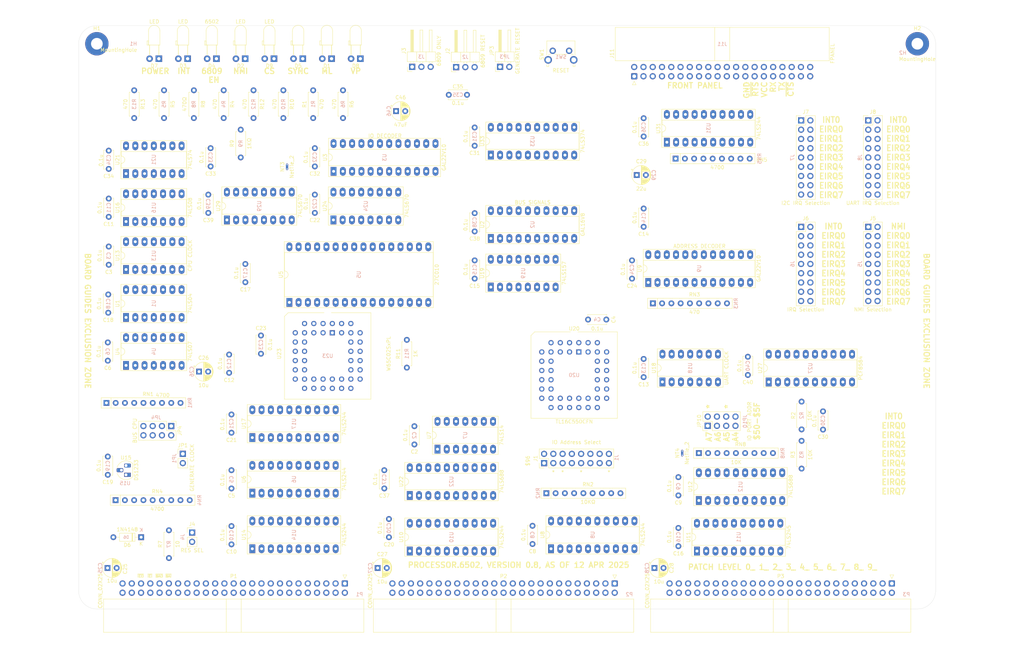
<source format=kicad_pcb>
(kicad_pcb (version 20211014) (generator pcbnew)
  (title_block (title "DUODYNE 6809 PROCESSOR") (date "2024-05-14") (rev "v1.2"))
  (layers (0 "F.Cu" signal) (31 "B.Cu" signal) (34 "B.Paste" user) (35 "F.Paste" user) (36 "B.SilkS" user "B.Silkscreen") (37 "F.SilkS" user "F.Silkscreen") (38 "B.Mask" user) (39 "F.Mask" user) (44 "Edge.Cuts" user))
  (net 0 "")
  (net 1 "GND")
  (net 2 "VCC")
  (net 3 "Net-(D2-Pad1)")
  (net 4 "Net-(D4-Pad2)")
  (net 5 "Net-(D6-Pad2)")
  (net 6 "Net-(D1-Pad1)")
  (net 7 "Net-(D1-Pad2)")
  (net 8 "Net-(D2-Pad2)")
  (net 9 "Net-(D5-Pad1)")
  (net 10 "~{INT0}")
  (net 11 "~{TEND1}")
  (net 12 "~{TEND0}")
  (net 13 "~{DREQ1}")
  (net 14 "~{DREQ0}")
  (net 15 "Net-(D3-Pad1)")
  (net 16 "-12V")
  (net 17 "Net-(D3-Pad2)")
  (net 18 "~{BUSRQ}")
  (net 19 "/bus/CRUCLK")
  (net 20 "~{NMI}")
  (net 21 "CLK")
  (net 22 "~{M1}")
  (net 23 "~{MREQ}")
  (net 24 "~{IORQ}")
  (net 25 "~{WR}")
  (net 26 "~{RD}")
  (net 27 "A0")
  (net 28 "A1")
  (net 29 "A2")
  (net 30 "A3")
  (net 31 "A4")
  (net 32 "A5")
  (net 33 "A6")
  (net 34 "A7")
  (net 35 "A8")
  (net 36 "A9")
  (net 37 "A10")
  (net 38 "A11")
  (net 39 "A12")
  (net 40 "A13")
  (net 41 "A14")
  (net 42 "A15")
  (net 43 "+12V")
  (net 44 "D0")
  (net 45 "D1")
  (net 46 "D2")
  (net 47 "D3")
  (net 48 "D4")
  (net 49 "D5")
  (net 50 "D6")
  (net 51 "D7")
  (net 52 "Net-(D5-Pad2)")
  (net 53 "Net-(D7-Pad2)")
  (net 54 "Net-(JP1-Pad1)")
  (net 55 "Net-(D9-Pad2)")
  (net 56 "Net-(JP4-Pad1)")
  (net 57 "ONE")
  (net 58 "ZERO")
  (net 59 "Net-(D9-Pad1)")
  (net 60 "Net-(JP4-Pad3)")
  (net 61 "Net-(JP4-Pad5)")
  (net 62 "Net-(JP4-Pad7)")
  (net 63 "~{CPU-WAIT}")
  (net 64 "Net-(J11-Pad19)")
  (net 65 "Net-(J11-Pad17)")
  (net 66 "Net-(J11-Pad15)")
  (net 67 "~{CPU-IORQ}")
  (net 68 "~{CPU-RESET}")
  (net 69 "CPU-R~{W}")
  (net 70 "CPU-A1")
  (net 71 "CPU-A0")
  (net 72 "/bus/A23")
  (net 73 "~{CPU-M1}")
  (net 74 "~{CPU-WR}")
  (net 75 "~{CPU-RD}")
  (net 76 "~{CPU-MREQ}")
  (net 77 "DATA-DIR")
  (net 78 "/bus/A22")
  (net 79 "~{FP-LATCH-RD}")
  (net 80 "FP-LATCH-WR")
  (net 81 "~{bNMI}")
  (net 82 "bCLK")
  (net 83 "/bus/~{RFSH}")
  (net 84 "~{EIRQ0}")
  (net 85 "~{EIRQ1}")
  (net 86 "/fpanel/FP-D7")
  (net 87 "/fpanel/FP-D6")
  (net 88 "/fpanel/FP-D5")
  (net 89 "/fpanel/FP-D4")
  (net 90 "/fpanel/FP-D3")
  (net 91 "/fpanel/FP-D2")
  (net 92 "/fpanel/FP-D1")
  (net 93 "/fpanel/FP-D0")
  (net 94 "CPU-A3")
  (net 95 "CPU-A4")
  (net 96 "CPU-A2")
  (net 97 "CPU-A5")
  (net 98 "CPU-A6")
  (net 99 "CPU-A7")
  (net 100 "~{EIRQ2}")
  (net 101 "CPU-A11")
  (net 102 "CPU-A12")
  (net 103 "CPU-A10")
  (net 104 "CPU-A13")
  (net 105 "CPU-A9")
  (net 106 "CPU-A14")
  (net 107 "CPU-A8")
  (net 108 "CPU-A15")
  (net 109 "~{CPU-NMI}")
  (net 110 "~{CPU-INT}")
  (net 111 "CPU-D1")
  (net 112 "CPU-D7")
  (net 113 "CPU-D6")
  (net 114 "CPU-D3")
  (net 115 "CPU-D0")
  (net 116 "CPU-D2")
  (net 117 "CPU-D5")
  (net 118 "CPU-D4")
  (net 119 "Net-(JP10-Pad8)")
  (net 120 "Net-(JP10-Pad6)")
  (net 121 "Net-(JP10-Pad4)")
  (net 122 "Net-(JP10-Pad2)")
  (net 123 "A16")
  (net 124 "A17")
  (net 125 "A18")
  (net 126 "A19")
  (net 127 "A20")
  (net 128 "A21")
  (net 129 "~{EIRQ3}")
  (net 130 "~{EIRQ4}")
  (net 131 "Net-(P1-Pad40)")
  (net 132 "~{EIRQ5}")
  (net 133 "~{EIRQ6}")
  (net 134 "Net-(P1-Pad44)")
  (net 135 "~{EIRQ7}")
  (net 136 "Net-(D8-Pad1)")
  (net 137 "Net-(D8-Pad2)")
  (net 138 "Net-(RN8-Pad6)")
  (net 139 "~{CS_IO}")
  (net 140 "~{bINT0}")
  (net 141 "mA14")
  (net 142 "mA15")
  (net 143 "mA16")
  (net 144 "UART-CLK")
  (net 145 "/bus/E")
  (net 146 "/bus/ST")
  (net 147 "/bus/PHI")
  (net 148 "/bus/~{INT2}")
  (net 149 "/bus/~{INT1}")
  (net 150 "~{RES_IN}")
  (net 151 "/bus/CRUOUT")
  (net 152 "/bus/CRUIN")
  (net 153 "~{RES_OUT}")
  (net 154 "/bus/USER8")
  (net 155 "/bus/USER7")
  (net 156 "/bus/USER6")
  (net 157 "/bus/USER5")
  (net 158 "/bus/USER4")
  (net 159 "/bus/USER3")
  (net 160 "/bus/USER2")
  (net 161 "/bus/USER1")
  (net 162 "/bus/USER0")
  (net 163 "~{ONBOARD_ROM}")
  (net 164 "I2C_SDA")
  (net 165 "/bus/A31")
  (net 166 "/bus/A30")
  (net 167 "/bus/A29")
  (net 168 "/bus/A28")
  (net 169 "/bus/A27")
  (net 170 "/bus/A26")
  (net 171 "/bus/A25")
  (net 172 "/bus/A24")
  (net 173 "~{OFFBOARD_MEM}")
  (net 174 "/bus/IC3")
  (net 175 "/bus/IC2")
  (net 176 "/bus/IC1")
  (net 177 "/bus/IC0")
  (net 178 "/bus/AUXCLK1")
  (net 179 "/bus/AUXCLK0")
  (net 180 "/bus/D15")
  (net 181 "/bus/D31")
  (net 182 "/bus/D14")
  (net 183 "/bus/D30")
  (net 184 "/bus/D13")
  (net 185 "/bus/D29")
  (net 186 "/bus/D12")
  (net 187 "/bus/D28")
  (net 188 "/bus/D11")
  (net 189 "/bus/D27")
  (net 190 "/bus/D10")
  (net 191 "/bus/D26")
  (net 192 "/bus/D9")
  (net 193 "/bus/D25")
  (net 194 "/bus/D8")
  (net 195 "/bus/D24")
  (net 196 "/bus/D23")
  (net 197 "/bus/D22")
  (net 198 "/bus/D21")
  (net 199 "/bus/D20")
  (net 200 "/bus/D19")
  (net 201 "/bus/D18")
  (net 202 "/bus/D17")
  (net 203 "/bus/D16")
  (net 204 "/bus/~{BUSERR}")
  (net 205 "/bus/UDS")
  (net 206 "/bus/~{VPA}")
  (net 207 "/bus/LDS")
  (net 208 "/bus/~{VMA}")
  (net 209 "/bus/S2")
  (net 210 "/bus/~{BHE}")
  (net 211 "/bus/S1")
  (net 212 "/bus/IPL2")
  (net 213 "/bus/S0")
  (net 214 "/bus/IPL1")
  (net 215 "/bus/AUXCLK3")
  (net 216 "/bus/IPL0")
  (net 217 "/bus/AUXCLK2")
  (net 218 "I2C_SCL")
  (net 224 "Net-(D4-Pad1)")
  (net 225 "mA17")
  (net 226 "mA18")
  (net 227 "mA19")
  (net 230 "Net-(J1-Pad2)")
  (net 231 "~{INT-I2C}")
  (net 233 "~{CS_I2C_WR}")
  (net 240 "~{CS_I2C}")
  (net 242 "~{RTS}")
  (net 243 "RX")
  (net 244 "TX")
  (net 245 "~{CTS}")
  (net 246 "~{CS_UART}")
  (net 247 "~{EXT_RES}")
  (net 248 "Net-(J11-Pad5)")
  (net 249 "Net-(J11-Pad7)")
  (net 250 "Net-(J11-Pad9)")
  (net 251 "Net-(J11-Pad11)")
  (net 252 "Net-(J11-Pad13)")
  (net 253 "Net-(J1-Pad4)")
  (net 254 "Net-(J1-Pad6)")
  (net 255 "Net-(J1-Pad8)")
  (net 256 "mA20")
  (net 257 "mA21")
  (net 258 "6502RST")
  (net 259 "Net-(JP3-Pad1)")
  (net 260 "6502EN")
  (net 262 "/bus/~{BUSACK}")
  (net 263 "/bus/~{HALT}")
  (net 264 "IOPAGE")
  (net 265 "~{6502EN}")
  (net 267 "Net-(R9-Pad1)")
  (net 270 "Net-(J1-Pad10)")
  (net 271 "Net-(J1-Pad12)")
  (net 272 "Net-(J1-Pad14)")
  (net 273 "Net-(J1-Pad16)")
  (net 274 "UART_INT")
  (net 275 "Net-(U22-Pad19)")
  (net 276 "~{PAGE-EN}")
  (net 277 "~{ENABLEINT}")
  (net 278 "HIMEM")
  (net 279 "Net-(J8-Pad10)")
  (net 290 "SEL-A15")
  (net 291 "SEL-A14")
  (net 292 "Net-(U16-Pad10)")
  (net 299 "Net-(U1-Pad1)")
  (net 306 "Net-(U16-Pad12)")
  (net 307 "~{6502ACTIVE}")
  (net 308 "~{WAIT}")
  (net 323 "Net-(U20-Pad10)")
  (net 332 "Net-(R11-Pad1)")
  (net 333 "Net-(U1-Pad8)")
  (net 334 "~{PAGE-WR}")
  (net 336 "VP")
  (net 337 "SYNC")
  (net 339 "ML")
  (net 346 "Net-(U3-Pad13)")
  (net 357 "65TOGGLE")
  (footprint "Connector_IDC:IDC-Header_2x25_P2.54mm_Horizontal" (layer "F.Cu") (at 108 223 -90)
    (fp_text reference "P1")
    (fp_text value "CONN_02X25")
  )
  (footprint "Capacitor_THT:C_Disc_D5.0mm_W2.5mm_P5.00mm" (layer "F.Cu") (at 127.075 179.875 -90)
    (fp_text reference "C2")
    (fp_text value "0.1u")
  )
  (footprint "Capacitor_THT:C_Disc_D5.0mm_W2.5mm_P5.00mm" (layer "F.Cu") (at 43.255 130.605 -90)
    (fp_text reference "C3")
    (fp_text value "0.1u")
  )
  (footprint "Capacitor_THT:C_Disc_D5.0mm_W2.5mm_P5.00mm" (layer "F.Cu") (at 174.7 150.625)
    (fp_text reference "C4")
    (fp_text value "0.1u")
  )
  (footprint "Capacitor_THT:C_Disc_D5.0mm_W2.5mm_P5.00mm" (layer "F.Cu") (at 76.91 191.94 -90)
    (fp_text reference "C5")
    (fp_text value "0.1u")
  )
  (footprint "Capacitor_THT:C_Disc_D5.0mm_W2.5mm_P5.00mm" (layer "F.Cu") (at 43 156.9 -90)
    (fp_text reference "C6")
    (fp_text value "0.1u")
  )
  (footprint "Capacitor_THT:C_Disc_D5.0mm_W2.5mm_P5.00mm" (layer "F.Cu") (at 159.46 207.18 -90)
    (fp_text reference "C8")
    (fp_text value "0.1u")
  )
  (footprint "Capacitor_THT:C_Disc_D5.0mm_W2.5mm_P5.00mm" (layer "F.Cu") (at 199.465 193.845 -90)
    (fp_text reference "C9")
    (fp_text value "0.1u")
  )
  (footprint "Capacitor_THT:C_Disc_D5.0mm_W2.5mm_P5.00mm" (layer "F.Cu") (at 76.91 207.27 -90)
    (fp_text reference "C10")
    (fp_text value "0.1u")
  )
  (footprint "Capacitor_THT:C_Disc_D5.0mm_W2.5mm_P5.00mm" (layer "F.Cu") (at 43.255 117.4575 -90)
    (fp_text reference "C11")
    (fp_text value "0.1u")
  )
  (footprint "Capacitor_THT:C_Disc_D5.0mm_W2.5mm_P5.00mm" (layer "F.Cu") (at 189.94 120.185 -90)
    (fp_text reference "C14")
    (fp_text value "0.1u")
  )
  (footprint "Capacitor_THT:C_Disc_D5.0mm_W2.5mm_P5.00mm" (layer "F.Cu") (at 143.6 134.4 -90)
    (fp_text reference "C15")
    (fp_text value "0.1u")
  )
  (footprint "Capacitor_THT:CP_Radial_D5.0mm_P2.50mm" (layer "F.Cu") (at 42.9296 218.75)
    (fp_text reference "C25")
    (fp_text value "10u")
  )
  (footprint "Capacitor_THT:CP_Radial_D5.0mm_P2.50mm" (layer "F.Cu") (at 68.0199 164.9)
    (fp_text reference "C26")
    (fp_text value "10u")
  )
  (footprint "Capacitor_THT:C_Disc_D5.0mm_W2.5mm_P5.00mm" (layer "F.Cu") (at 80.72 135.39 -90)
    (fp_text reference "C17")
    (fp_text value "0.1u")
  )
  (footprint "Capacitor_THT:C_Disc_D5.0mm_W2.5mm_P5.00mm" (layer "F.Cu") (at 120.09 205.315 -90)
    (fp_text reference "C20")
    (fp_text value "0.1u")
  )
  (footprint "Capacitor_THT:C_Disc_D5.0mm_W2.5mm_P5.00mm" (layer "F.Cu") (at 76.91 176.66 -90)
    (fp_text reference "C21")
    (fp_text value "0.1u")
  )
  (footprint "Capacitor_THT:C_Disc_D5.0mm_W2.5mm_P5.00mm" (layer "F.Cu") (at 99.77 116.375 -90)
    (fp_text reference "C22")
    (fp_text value "0.1u")
  )
  (footprint "Capacitor_THT:C_Disc_D5.0mm_W2.5mm_P5.00mm" (layer "F.Cu") (at 85 160 90)
    (fp_text reference "C23")
    (fp_text value "0.1u")
  )
  (footprint "Capacitor_THT:CP_Radial_D5.0mm_P2.50mm" (layer "F.Cu") (at 117 218.75)
    (fp_text reference "C27")
    (fp_text value "10u")
  )
  (footprint "Capacitor_THT:CP_Radial_D5.0mm_P2.50mm" (layer "F.Cu") (at 192.8847 218.75)
    (fp_text reference "C28")
    (fp_text value "10u")
  )
  (footprint "Capacitor_THT:CP_Radial_D5.0mm_P2.50mm" (layer "F.Cu") (at 188.0449 111)
    (fp_text reference "C29")
    (fp_text value "22u")
  )
  (footprint "LED_THT:LED_D3.0mm_Horizontal_O3.81mm_Z2.0mm" (layer "F.Cu") (at 72.785714 79.1 180)
    (fp_text reference "D4")
    (fp_text value "6502")
  )
  (footprint "Diode_THT:D_DO-35_SOD27_P7.62mm_Horizontal" (layer "F.Cu") (at 52.145 210.315 180)
    (fp_text reference "D6")
    (fp_text value "1N4148")
  )
  (footprint "LED_THT:LED_D3.0mm_Horizontal_O3.81mm_Z2.0mm" (layer "F.Cu") (at 80.678571 79.1 180)
    (fp_text reference "D2")
    (fp_text value "LED")
  )
  (footprint "Resistor_THT:R_Axial_DIN0207_L6.3mm_D2.5mm_P7.62mm_Horizontal" (layer "F.Cu") (at 58.42 87.76 -90)
    (fp_text reference "R5")
    (fp_text value "470")
  )
  (footprint "Resistor_THT:R_Axial_DIN0207_L6.3mm_D2.5mm_P7.62mm_Horizontal" (layer "F.Cu") (at 107.5 87.76 -90)
    (fp_text reference "R6")
    (fp_text value "470")
  )
  (footprint "Package_DIP:DIP-14_W7.62mm_Socket_LongPads" (layer "F.Cu") (at 48 163.2 90)
    (fp_text reference "U4")
    (fp_text value "74LS07")
  )
  (footprint "Package_DIP:DIP-32_W15.24mm_Socket_LongPads" (layer "F.Cu") (at 92.785 145.925 90)
    (fp_text reference "U5")
    (fp_text value "27C010")
  )
  (footprint "Package_DIP:DIP-20_W7.62mm_Socket_LongPads" (layer "F.Cu") (at 82.63 198.24 90)
    (fp_text reference "U6")
    (fp_text value "74LS244")
  )
  (footprint "Package_DIP:DIP-20_W7.62mm_Socket_LongPads" (layer "F.Cu") (at 164.54 213.48 90)
    (fp_text reference "U8")
    (fp_text value "74LS244")
  )
  (footprint "Package_TO_SOT_THT:TO-92L_HandSolder" (layer "F.Cu") (at 48 193.2 90)
    (fp_text reference "U15")
    (fp_text value "DS1233")
  )
  (footprint "Package_DIP:DIP-14_W7.62mm_Socket_LongPads" (layer "F.Cu") (at 48 150.0525 90)
    (fp_text reference "U1")
    (fp_text value "74LS04")
  )
  (footprint "Connector_IDC:IDC-Header_2x25_P2.54mm_Horizontal" (layer "F.Cu") (at 182 223 -90)
    (fp_text reference "P2")
    (fp_text value "CONN_02X25")
  )
  (footprint "MountingHole:MountingHole_3.2mm_M3_Pad" (layer "F.Cu") (at 265 75)
    (fp_text reference "H2")
    (fp_text value "MountingHole")
  )
  (footprint "Resistor_THT:R_Array_SIP9" (layer "F.Cu") (at 42.62 173.485)
    (fp_text reference "RN1")
    (fp_text value "4700")
  )
  (footprint "Package_DIP:DIP-20_W7.62mm_Socket_LongPads" (layer "F.Cu") (at 204.55 214.115 90)
    (fp_text reference "U11")
    (fp_text value "74LS245")
  )
  (footprint "Capacitor_THT:C_Disc_D5.0mm_W2.5mm_P5.00mm" (layer "F.Cu") (at 43 188.2 -90)
    (fp_text reference "C19")
    (fp_text value "0.1u")
  )
  (footprint "Capacitor_THT:C_Disc_D5.0mm_W2.5mm_P5.00mm" (layer "F.Cu") (at 43.125 143.7525 -90)
    (fp_text reference "C18")
    (fp_text value "0.1u")
  )
  (footprint "Capacitor_THT:C_Disc_D5.0mm_W2.5mm_P5.00mm" (layer "F.Cu") (at 76.275 160.23 -90)
    (fp_text reference "C12")
    (fp_text value "0.1u")
  )
  (footprint "Capacitor_THT:C_Disc_D5.0mm_W2.5mm_P5.00mm" (layer "F.Cu") (at 199.465 207.775 -90)
    (fp_text reference "C16")
    (fp_text value "0.1u")
  )
  (footprint "Package_DIP:DIP-24_W7.62mm_Socket_LongPads" (layer "F.Cu") (at 104.915 109.985 90)
    (fp_text reference "U3")
    (fp_text value "GAL22V10")
  )
  (footprint "MountingHole:MountingHole_3.2mm_M3_Pad" (layer "F.Cu") (at 40 75)
    (fp_text reference "H1")
    (fp_text value "MountingHole")
  )
  (footprint "LED_THT:LED_D3.0mm_Horizontal_O3.81mm_Z2.0mm" (layer "F.Cu") (at 57 79.1 180)
    (fp_text reference "D7")
    (fp_text value "LED")
  )
  (footprint "Connector_IDC:IDC-Header_2x25_P2.54mm_Horizontal" (layer "F.Cu") (at 258 223 -90)
    (fp_text reference "P3")
    (fp_text value "CONN_02X25")
  )
  (footprint "Package_DIP:DIP-14_W7.62mm_Socket_LongPads" (layer "F.Cu") (at 48 136.905 90)
    (fp_text reference "U13")
    (fp_text value "CPU CLOCK")
  )
  (footprint "Capacitor_THT:C_Disc_D5.0mm_W2.5mm_P5.00mm" (layer "F.Cu") (at 189.94 95.42 -90)
    (fp_text reference "C36")
    (fp_text value "0.1u")
  )
  (footprint "Capacitor_THT:C_Disc_D5.0mm_W2.5mm_P5.00mm" (layer "F.Cu") (at 143.6 121.455 -90)
    (fp_text reference "C38")
    (fp_text value "0.1u")
  )
  (footprint "Capacitor_THT:CP_Radial_D5.0mm_P2.50mm" (layer "F.Cu") (at 122.0599 93.475)
    (fp_text reference "C46")
    (fp_text value "47uF")
  )
  (footprint "Package_DIP:DIP-16_W7.62mm_Socket_LongPads" (layer "F.Cu") (at 148.02 141.725 90)
    (fp_text reference "U19")
    (fp_text value "74LS157")
  )
  (footprint "Package_DIP:DIP-14_W7.62mm_Socket_LongPads" (layer "F.Cu") (at 133.41 186.175 90)
    (fp_text reference "U7")
    (fp_text value "74LS14")
  )
  (footprint "LED_THT:LED_D3.0mm_Horizontal_O3.81mm_Z2.0mm" (layer "F.Cu") (at 88.571428 79.1 180)
    (fp_text reference "D9")
    (fp_text value "LED")
  )
  (footprint "Resistor_THT:R_Array_SIP9" (layer "F.Cu") (at 45.145 200.155)
    (fp_text reference "RN4")
    (fp_text value "4700")
  )
  (footprint "Connector_IDC:IDC-Header_2x20_P2.54mm_Horizontal" (layer "F.Cu") (at 187.35 83.9175 90)
    (fp_text reference "J11")
    (fp_text value "FPANEL")
  )
  (footprint "Resistor_THT:R_Array_SIP9" (layer "F.Cu") (at 198.705 106.5)
    (fp_text reference "RN5")
    (fp_text value "4700")
  )
  (footprint "Package_DIP:DIP-20_W7.62mm_Socket_LongPads" (layer "F.Cu") (at 196.305 102 90)
    (fp_text reference "U31")
    (fp_text value "74LS244")
  )
  (footprint "Package_DIP:DIP-20_W7.62mm_Socket_LongPads" (layer "F.Cu") (at 148.035 105.53 90)
    (fp_text reference "U33")
    (fp_text value "74LS374")
  )
  (footprint "Package_LCC:PLCC-44_THT-Socket" (layer "F.Cu") (at 172.16 159.515)
    (fp_text reference "U20")
    (fp_text value "TL16C550CFN")
  )
  (footprint "Capacitor_THT:C_Disc_D5.0mm_W2.5mm_P5.00mm" (layer "F.Cu") (at 118.82 191.94 -90)
    (fp_text reference "C37")
    (fp_text value "0.1u")
  )
  (footprint "Connector_PinHeader_2.54mm:PinHeader_2x04_P2.54mm_Vertical" (layer "F.Cu") (at 207.5 179.775 90)
    (fp_text reference "JP10")
    (fp_text value "IO PORT ADDR")
  )
  (footprint "Resistor_THT:R_Array_SIP9" (layer "F.Cu") (at 205.075 187.25)
    (fp_text reference "RN8")
    (fp_text value "10K")
  )
  (footprint "Package_DIP:DIP-24_W7.62mm_Socket_LongPads" (layer "F.Cu") (at 191.205 140.455 90)
    (fp_text reference "U9")
    (fp_text value "GAL22V10")
  )
  (footprint "Package_DIP:DIP-20_W7.62mm_Socket_LongPads" (layer "F.Cu") (at 125.81 214.115 90)
    (fp_text reference "U10")
    (fp_text value "74LS244")
  )
  (footprint "Package_DIP:DIP-20_W7.62mm_Socket_LongPads" (layer "F.Cu") (at 205.075 200.25 90)
    (fp_text reference "U12")
    (fp_text value "74LS688")
  )
  (footprint "Capacitor_THT:C_Disc_D5.0mm_W2.5mm_P5.00mm" (layer "F.Cu") (at 239.125 175.8 -90)
    (fp_text reference "C30")
    (fp_text value "0.1u")
  )
  (footprint "Capacitor_THT:C_Disc_D5.0mm_W2.5mm_P5.00mm" (layer "F.Cu") (at 143.6 97.96 -90)
    (fp_text reference "C31")
    (fp_text value "0.1u")
  )
  (footprint "Capacitor_THT:C_Disc_D5.0mm_W2.5mm_P5.00mm" (layer "F.Cu") (at 99.77 103.635 -90)
    (fp_text reference "C32")
    (fp_text value "0.1u")
  )
  (footprint "Capacitor_THT:C_Disc_D5.0mm_W2.5mm_P5.00mm" (layer "F.Cu") (at 71.195 103.635 -90)
    (fp_text reference "C33")
    (fp_text value "0.1u")
  )
  (footprint "Capacitor_THT:C_Disc_D5.0mm_W2.5mm_P5.00mm" (layer "F.Cu") (at 43.255 104.31 -90)
    (fp_text reference "C34")
    (fp_text value "0.1u")
  )
  (footprint "Capacitor_THT:C_Disc_D5.0mm_W2.5mm_P5.00mm" (layer "F.Cu") (at 136.5 89)
    (fp_text reference "C35")
    (fp_text value "0.1u")
  )
  (footprint "Package_DIP:DIP-20_W7.62mm_Socket_LongPads" (layer "F.Cu") (at 82.63 213.48 90)
    (fp_text reference "U14")
    (fp_text value "74LS244")
  )
  (footprint "Package_DIP:DIP-20_W7.62mm_Socket_LongPads" (layer "F.Cu") (at 148.035 128.39 90)
    (fp_text reference "U2")
    (fp_text value "GAL16V8")
  )
  (footprint "LED_THT:LED_D3.0mm_Horizontal_O3.81mm_Z2.0mm" (layer "F.Cu") (at 64.892857 79.1 180)
    (fp_text reference "D3")
    (fp_text value "LED")
  )
  (footprint "Resistor_THT:R_Axial_DIN0207_L6.3mm_D2.5mm_P7.62mm_Horizontal" (layer "F.Cu") (at 74.78 87.76 -90)
    (fp_text reference "R4")
    (fp_text value "470")
  )
  (footprint "Button_Switch_THT:SW_Tactile_SPST_Angled_PTS645Vx58-2LFS" (layer "F.Cu") (at 165 76.9325)
    (fp_text reference "SW1")
    (fp_text value "RESET")
  )
  (footprint "Capacitor_THT:C_Disc_D5.0mm_W2.5mm_P5.00mm" (layer "F.Cu") (at 70.56 116.375 -90)
    (fp_text reference "C39")
    (fp_text value "0.1u")
  )
  (footprint "Package_DIP:DIP-14_W7.62mm_Socket_LongPads" (layer "F.Cu") (at 195.08 167.735 90)
    (fp_text reference "U18")
    (fp_text value "UART CLOCK")
  )
  (footprint "Capacitor_THT:C_Disc_D5.0mm_W2.5mm_P5.00mm" (layer "F.Cu") (at 189.94 161.42 -90)
    (fp_text reference "C13")
    (fp_text value "0.1u")
  )
  (footprint "Capacitor_THT:C_Disc_D5.0mm_W2.5mm_P5.00mm" (layer "F.Cu") (at 186.75 134.4 -90)
    (fp_text reference "C24")
    (fp_text value "0.1u")
  )
  (footprint "Resistor_THT:R_Axial_DIN0207_L6.3mm_D2.5mm_P7.62mm_Horizontal" (layer "F.Cu") (at 66.6 95.38 90)
    (fp_text reference "R8")
    (fp_text value "470Ω")
  )
  (footprint "Connector_PinHeader_2.54mm:PinHeader_1x02_P2.54mm_Horizontal" (layer "F.Cu") (at 150.565 81.34 90)
    (fp_text reference "JP3")
    (fp_text value "GENERATE RESET")
  )
  (footprint "Resistor_THT:R_Axial_DIN0207_L6.3mm_D2.5mm_P7.62mm_Horizontal" (layer "F.Cu") (at 79.45 106.175 90)
    (fp_text reference "R9")
    (fp_text value "1KΩ")
  )
  (footprint "Package_DIP:DIP-20_W7.62mm_Socket_LongPads" (layer "F.Cu") (at 125.81 198.875 90)
    (fp_text reference "U22")
    (fp_text value "74LS688")
  )
  (footprint "Resistor_THT:R_Axial_DIN0207_L6.3mm_D2.5mm_P7.62mm_Horizontal" (layer "F.Cu") (at 82.96 87.76 -90)
    (fp_text reference "R12")
    (fp_text value "470")
  )
  (footprint "Package_LCC:PLCC-44_THT-Socket" (layer "F.Cu") (at 104.5706 154.2572)
    (fp_text reference "U23")
    (fp_text value "W65C02SxPL")
  )
  (footprint "Connector_PinHeader_2.54mm:PinHeader_1x02_P2.54mm_Vertical" (layer "F.Cu") (at 63.575 187.455)
    (fp_text reference "JP1")
    (fp_text value "GENERATE CLOCK")
  )
  (footprint "Connector_PinHeader_2.54mm:PinHeader_2x09_P2.54mm_Vertical" (layer "F.Cu") (at 233.115 96.025)
    (fp_text reference "J7")
    (fp_text value "I2C IRQ Selection")
  )
  (footprint "Resistor_THT:R_Axial_DIN0207_L6.3mm_D2.5mm_P7.62mm_Horizontal" (layer "F.Cu") (at 233.25 191.5 90)
    (fp_text reference "R3")
    (fp_text value "10K")
  )
  (footprint "NetTie:NetTie-2_THT_Pad0.3mm" (layer "F.Cu") (at 200.5 187.85 90)
    (fp_text reference "NT4")
    (fp_text value "NetTie_2")
  )
  (footprint "Resistor_THT:R_Axial_DIN0207_L6.3mm_D2.5mm_P7.62mm_Horizontal" (layer "F.Cu") (at 125 163.81 90)
    (fp_text reference "R11")
    (fp_text value "1K")
  )
  (footprint "Connector_PinHeader_2.54mm:PinHeader_1x03_P2.54mm_Horizontal" (layer "F.Cu") (at 126.455 81.34 90)
    (fp_text reference "J3")
    (fp_text value "6809 ONLY")
  )
  (footprint "Package_DIP:DIP-20_W7.62mm_Socket_LongPads" (layer "F.Cu") (at 82.63 183 90)
    (fp_text reference "U17")
    (fp_text value "74LS244")
  )
  (footprint "NetTie:NetTie-2_THT_Pad0.3mm" (layer "F.Cu") (at 92.15 109.35 90)
    (fp_text reference "NT3")
    (fp_text value "NetTie_2")
  )
  (footprint "Connector_PinHeader_2.54mm:PinHeader_2x08_P2.54mm_Vertical" (layer "F.Cu") (at 162.635 189.995 90)
    (fp_text reference "J1")
    (fp_text value "IO Address Select")
  )
  (footprint "Connector_PinHeader_2.54mm:PinHeader_2x04_P2.54mm_Vertical" (layer "F.Cu") (at 60.39 179.83 -90)
    (fp_text reference "JP4")
    (fp_text value "BUS CPU")
  )
  (footprint "Package_DIP:DIP-20_W7.62mm_Socket_LongPads" (layer "F.Cu") (at 224.235 167.76 90)
    (fp_text reference "U27")
    (fp_text value "PCF8584")
  )
  (footprint "Capacitor_THT:C_Disc_D5.0mm_W2.5mm_P5.00mm" (layer "F.Cu") (at 218.515 160.825 -90)
    (fp_text reference "C40")
    (fp_text value "0.1u")
  )
  (footprint "Package_DIP:DIP-16_W7.62mm_Socket_LongPads" (layer "F.Cu") (at 75.655 123.31 90)
    (fp_text reference "U29")
    (fp_text value "74LS670")
  )
  (footprint "Connector_PinHeader_2.54mm:PinHeader_2x09_P2.54mm_Vertical" (layer "F.Cu") (at 251.535 96.025)
    (fp_text reference "J8")
    (fp_text value "UART IRQ Selection")
  )
  (footprint "LED_THT:LED_D3.0mm_Horizontal_O3.81mm_Z2.0mm" (layer "F.Cu") (at 104.357142 79.1 180)
    (fp_text reference "D1")
    (fp_text value "LED")
  )
  (footprint "Resistor_THT:R_Axial_DIN0207_L6.3mm_D2.5mm_P7.62mm_Horizontal" (layer "F.Cu") (at 59.765 216.03 90)
    (fp_text reference "R7")
    (fp_text value "10")
  )
  (footprint "Connector_PinHeader_2.54mm:PinHeader_2x09_P2.54mm_Vertical" (layer "F.Cu") (at 251.535 125.225)
    (fp_text reference "J5")
    (fp_text value "NMI Selection")
  )
  (footprint "Connector_PinHeader_2.54mm:PinHeader_1x02_P2.54mm_Vertical" (layer "F.Cu") (at 66.115 209.04)
    (fp_text reference "J4")
    (fp_text value "RES SEL")
  )
  (footprint "LED_THT:LED_D3.0mm_Horizontal_O3.81mm_Z2.0mm" (layer "F.Cu") (at 96.464285 79.1 180)
    (fp_text reference "D5")
    (fp_text value "LED")
  )
  (footprint "Resistor_THT:R_Axial_DIN0207_L6.3mm_D2.5mm_P7.62mm_Horizontal" (layer "F.Cu") (at 50.24 87.76 -90)
    (fp_text reference "R13")
    (fp_text value "470")
  )
  (footprint "Resistor_THT:R_Array_SIP9" (layer "F.Cu") (at 163.255 198.25)
    (fp_text reference "RN2")
    (fp_text value "10KΩ")
  )
  (footprint "Resistor_THT:R_Axial_DIN0207_L6.3mm_D2.5mm_P7.62mm_Horizontal" (layer "F.Cu") (at 91.14 87.76 -90)
    (fp_text reference "R10")
    (fp_text value "470")
  )
  (footprint "LED_THT:LED_D3.0mm_Horizontal_O3.81mm_Z2.0mm" (layer "F.Cu") (at 112.25 79.1 180)
    (fp_text reference "D8")
    (fp_text value "LED")
  )
  (footprint "Resistor_THT:R_Axial_DIN0207_L6.3mm_D2.5mm_P7.62mm_Horizontal" (layer "F.Cu") (at 233.25 180.75 90)
    (fp_text reference "R2")
    (fp_text value "10K")
  )
  (footprint "Package_DIP:DIP-16_W7.62mm_Socket_LongPads" (layer "F.Cu") (at 104.865 123.31 90)
    (fp_text reference "U24")
    (fp_text value "74LS670")
  )
  (footprint "Resistor_THT:R_Axial_DIN0207_L6.3mm_D2.5mm_P7.62mm_Horizontal" (layer "F.Cu") (at 99.32 95.38 90)
    (fp_text reference "R1")
    (fp_text value "470")
  )
  (footprint "Connector_PinHeader_2.54mm:PinHeader_2x09_P2.54mm_Vertical" (layer "F.Cu") (at 233.115 125.225)
    (fp_text reference "J6")
    (fp_text value "IRQ Selection")
  )
  (footprint "Resistor_THT:R_Array_SIP9" (layer "F.Cu") (at 192.465 146.18)
    (fp_text reference "RN3")
    (fp_text value "470")
  )
  (footprint "Package_DIP:DIP-14_W7.62mm_Socket_LongPads" (layer "F.Cu") (at 48 123.7575 90)
    (fp_text reference "U16")
    (fp_text value "74LS08")
  )
  (footprint "Package_DIP:DIP-14_W7.62mm_Socket_LongPads" (layer "F.Cu") (at 48 110.61 90)
    (fp_text reference "U21")
    (fp_text value "74LS74")
  )
  (footprint "Connector_PinHeader_2.54mm:PinHeader_1x03_P2.54mm_Horizontal" (layer "F.Cu") (at 138.505 81.41 90)
    (fp_text reference "J2")
    (fp_text value "6809 RESET")
  )
  (gr_line (start 35 75) (end 35 225) (layer "Edge.Cuts") (width 0.05))
  (gr_line (start 40 230) (end 265 230) (layer "Edge.Cuts") (width 0.05))
  (gr_line (start 270 225) (end 270 75) (layer "Edge.Cuts") (width 0.05))
  (gr_line (start 265 70) (end 40 70) (layer "Edge.Cuts") (width 0.05))
  (gr_arc (start 270 225) (mid 268.535534 228.535534) (end 265 230) (layer "Edge.Cuts") (width 0.05))
  (gr_arc (start 40 230) (mid 36.464466 228.535534) (end 35 225) (layer "Edge.Cuts") (width 0.05))
  (gr_arc (start 35 75) (mid 36.464466 71.464466) (end 40 70) (layer "Edge.Cuts") (width 0.05))
  (gr_arc (start 265 70) (mid 268.535534 71.464466) (end 270 75) (layer "Edge.Cuts") (width 0.05))
  (gr_text "BOARD GUIDES EXCLUSION ZONE" (at 37.5 151 -90) (layer "F.SilkS") (effects (font (size 1.5 1.5) (thickness 0.3))))
  (gr_text "CS" (at 87.321428 82.5) (layer "F.SilkS") (effects (font (size 1.5 1.5) (thickness 0.3))))
  (gr_text "A7\nA6\nA5\nA4" (at 211.5 182.75 90) (layer "F.SilkS") (effects (font (size 1.5 1.5) (thickness 0.3))))
  (gr_text "~{IEI}" (at 54.558 221) (layer "F.SilkS") (effects (font (size 0.7 0.7) (thickness 0.175))))
  (gr_text "~{BAO}" (at 57.098 221) (layer "F.SilkS") (effects (font (size 0.7 0.7) (thickness 0.175))))
  (gr_text "~{BAI}" (at 59.638 221) (layer "F.SilkS") (effects (font (size 0.7 0.7) (thickness 0.175))))
  (gr_text "INT0\nEIRQ0\nEIRQ1\nEIRQ2\nEIRQ3\nEIRQ4\nEIRQ5\nEIRQ6\nEIRQ7" (at 242.01 135.385) (layer "F.SilkS") (effects (font (size 1.6 1.5) (thickness 0.3))))
  (gr_text "POWER" (at 56 82.5) (layer "F.SilkS") (effects (font (size 1.5 1.5) (thickness 0.3))))
  (gr_text "BOARD GUIDES EXCLUSION ZONE" (at 267.5 151 -90) (layer "F.SilkS") (effects (font (size 1.5 1.5) (thickness 0.3))))
  (gr_text "BUS SIGNALS" (at 159.5 118.5) (layer "F.SilkS") (effects (font (size 1 1))))
  (gr_text "VP" (at 111 82.5) (layer "F.SilkS") (effects (font (size 1.5 1.5) (thickness 0.3))))
  (gr_text "*" (at 180.415 192.535) (layer "F.SilkS") (effects (font (size 1 1))))
  (gr_text "~{IEO}" (at 52 221) (layer "F.SilkS") (effects (font (size 0.7 0.7) (thickness 0.175))))
  (gr_text "*" (at 167.715 192.535) (layer "F.SilkS") (effects (font (size 1 1))))
  (gr_text "GND\n~{RTS}\nVCC\nRX\nTX\n~{CTS}" (at 224.23 85.22 90) (layer "F.SilkS") (effects (font (size 1.5 1.5) (thickness 0.3)) (justify right)))
  (gr_text "PROCESSOR.6502, VERSION 0.8, AS OF 12 APR 2025" (at 155.65 217.935) (layer "F.SilkS") (effects (font (size 1.5 1.5) (thickness 0.3))))
  (gr_text "INT" (at 63.86 82.5) (layer "F.SilkS") (effects (font (size 1.5 1.5) (thickness 0.3))))
  (gr_text "INT0\nEIRQ0\nEIRQ1\nEIRQ2\nEIRQ3\nEIRQ4\nEIRQ5\nEIRQ6\nEIRQ7" (at 241.375 106.175) (layer "F.SilkS") (effects (font (size 1.6 1.5) (thickness 0.3))))
  (gr_text "6809\n EN" (at 71.535714 83.7075) (layer "F.SilkS") (effects (font (size 1.5 1.5) (thickness 0.3))))
  (gr_text "NMI\nEIRQ0\nEIRQ1\nEIRQ2\nEIRQ3\nEIRQ4\nEIRQ5\nEIRQ6\nEIRQ7" (at 259.79 135.385) (layer "F.SilkS") (effects (font (size 1.6 1.5) (thickness 0.3))))
  (gr_text "INT0\nEIRQ0\nEIRQ1\nEIRQ2\nEIRQ3\nEIRQ4\nEIRQ5\nEIRQ6\nEIRQ7" (at 258.52 187.455) (layer "F.SilkS") (effects (font (size 1.6 1.5) (thickness 0.3))))
  (gr_text "*" (at 165.175 192.535) (layer "F.SilkS") (effects (font (size 1 1))))
  (gr_text "$50-$5F" (at 221 178.5 90) (layer "F.SilkS") (effects (font (size 1.5 1.5) (thickness 0.3))))
  (gr_text "SYNC\n" (at 95.214285 82.5) (layer "F.SilkS") (effects (font (size 1.5 1.5) (thickness 0.3))))
  (gr_text "*" (at 208 174.489277 90) (layer "F.SilkS") (effects (font (size 1.5 1.5) (thickness 0.3))))
  (gr_text "NMI" (at 79.428571 82.5) (layer "F.SilkS") (effects (font (size 1.5 1.5) (thickness 0.3))))
  (gr_text "$96" (at 158.19 189.36 90) (layer "F.SilkS") (effects (font (size 1 1))))
  (gr_text "FRONT PANEL" (at 203.98 86.47) (layer "F.SilkS") (effects (font (size 1.5 1.5) (thickness 0.3))))
  (gr_text "PATCH LEVEL 0_ 1_ 2_ 3_ 4_ 5_ 6_ 7_ 8_ 9_" (at 228 218.5) (layer "F.SilkS") (effects (font (size 1.5 1.5) (thickness 0.3))))
  (gr_text "*" (at 172.795 192.535) (layer "F.SilkS") (effects (font (size 1 1))))
  (gr_text "ML" (at 103.107142 82.5) (layer "F.SilkS") (effects (font (size 1.5 1.5) (thickness 0.3))))
  (gr_text "INT0\nEIRQ0\nEIRQ1\nEIRQ2\nEIRQ3\nEIRQ4\nEIRQ5\nEIRQ6\nEIRQ7" (at 259.79 106.175) (layer "F.SilkS") (effects (font (size 1.6 1.5) (thickness 0.3))))
  (gr_text "ADDRESS DECODER" (at 205.25 130.5) (layer "F.SilkS") (effects (font (size 1 1))))
  (gr_text "IO DECODER" (at 119 100.25) (layer "F.SilkS") (effects (font (size 1 1))))
  (gr_text "*" (at 213 174.5 90) (layer "F.SilkS") (effects (font (size 1.5 1.5) (thickness 0.3))))
)
</source>
